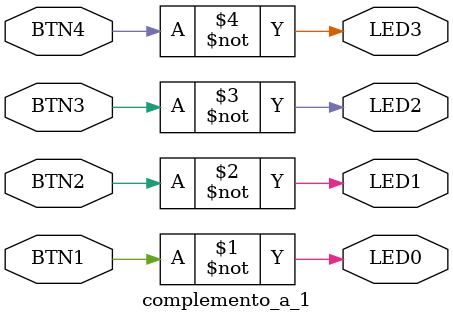
<source format=v>
module complemento_a_1 (
    //Entradas
    input wire BTN1,
    input wire BTN2,
    input wire BTN3,
    input wire BTN4,

    //Salidas
    output wire LED0,
    output wire LED1,
    output wire LED2,
    output wire LED3
);

    assign LED0 =~BTN1;
    assign LED1 =~BTN2;
    assign LED2 =~BTN3;
    assign LED3 =~BTN4;

endmodule
</source>
